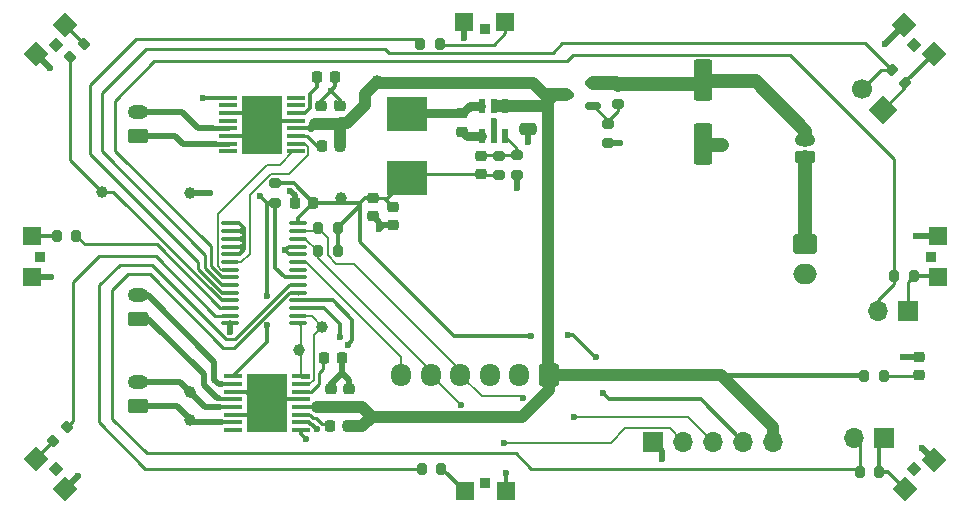
<source format=gbr>
%TF.GenerationSoftware,KiCad,Pcbnew,9.0.0*%
%TF.CreationDate,2025-06-23T21:36:03+01:00*%
%TF.ProjectId,TankHull,54616e6b-4875-46c6-9c2e-6b696361645f,rev?*%
%TF.SameCoordinates,Original*%
%TF.FileFunction,Copper,L1,Top*%
%TF.FilePolarity,Positive*%
%FSLAX46Y46*%
G04 Gerber Fmt 4.6, Leading zero omitted, Abs format (unit mm)*
G04 Created by KiCad (PCBNEW 9.0.0) date 2025-06-23 21:36:03*
%MOMM*%
%LPD*%
G01*
G04 APERTURE LIST*
G04 Aperture macros list*
%AMRoundRect*
0 Rectangle with rounded corners*
0 $1 Rounding radius*
0 $2 $3 $4 $5 $6 $7 $8 $9 X,Y pos of 4 corners*
0 Add a 4 corners polygon primitive as box body*
4,1,4,$2,$3,$4,$5,$6,$7,$8,$9,$2,$3,0*
0 Add four circle primitives for the rounded corners*
1,1,$1+$1,$2,$3*
1,1,$1+$1,$4,$5*
1,1,$1+$1,$6,$7*
1,1,$1+$1,$8,$9*
0 Add four rect primitives between the rounded corners*
20,1,$1+$1,$2,$3,$4,$5,0*
20,1,$1+$1,$4,$5,$6,$7,0*
20,1,$1+$1,$6,$7,$8,$9,0*
20,1,$1+$1,$8,$9,$2,$3,0*%
%AMHorizOval*
0 Thick line with rounded ends*
0 $1 width*
0 $2 $3 position (X,Y) of the first rounded end (center of the circle)*
0 $4 $5 position (X,Y) of the second rounded end (center of the circle)*
0 Add line between two ends*
20,1,$1,$2,$3,$4,$5,0*
0 Add two circle primitives to create the rounded ends*
1,1,$1,$2,$3*
1,1,$1,$4,$5*%
%AMRotRect*
0 Rectangle, with rotation*
0 The origin of the aperture is its center*
0 $1 length*
0 $2 width*
0 $3 Rotation angle, in degrees counterclockwise*
0 Add horizontal line*
21,1,$1,$2,0,0,$3*%
G04 Aperture macros list end*
%TA.AperFunction,ComponentPad*%
%ADD10R,1.700000X1.700000*%
%TD*%
%TA.AperFunction,ComponentPad*%
%ADD11O,1.700000X1.700000*%
%TD*%
%TA.AperFunction,ComponentPad*%
%ADD12RotRect,1.700000X1.700000X225.000000*%
%TD*%
%TA.AperFunction,ComponentPad*%
%ADD13HorizOval,1.700000X0.000000X0.000000X0.000000X0.000000X0*%
%TD*%
%TA.AperFunction,SMDPad,CuDef*%
%ADD14RotRect,0.900000X0.900000X135.000000*%
%TD*%
%TA.AperFunction,SMDPad,CuDef*%
%ADD15RotRect,1.500000X1.500000X135.000000*%
%TD*%
%TA.AperFunction,SMDPad,CuDef*%
%ADD16RoundRect,0.200000X0.200000X0.275000X-0.200000X0.275000X-0.200000X-0.275000X0.200000X-0.275000X0*%
%TD*%
%TA.AperFunction,ComponentPad*%
%ADD17RoundRect,0.250000X-0.750000X0.600000X-0.750000X-0.600000X0.750000X-0.600000X0.750000X0.600000X0*%
%TD*%
%TA.AperFunction,ComponentPad*%
%ADD18O,2.000000X1.700000*%
%TD*%
%TA.AperFunction,SMDPad,CuDef*%
%ADD19C,1.000000*%
%TD*%
%TA.AperFunction,SMDPad,CuDef*%
%ADD20RoundRect,0.200000X-0.200000X-0.275000X0.200000X-0.275000X0.200000X0.275000X-0.200000X0.275000X0*%
%TD*%
%TA.AperFunction,SMDPad,CuDef*%
%ADD21R,0.900000X0.900000*%
%TD*%
%TA.AperFunction,SMDPad,CuDef*%
%ADD22R,1.500000X1.500000*%
%TD*%
%TA.AperFunction,SMDPad,CuDef*%
%ADD23RoundRect,0.225000X-0.250000X0.225000X-0.250000X-0.225000X0.250000X-0.225000X0.250000X0.225000X0*%
%TD*%
%TA.AperFunction,SMDPad,CuDef*%
%ADD24RotRect,0.900000X0.900000X225.000000*%
%TD*%
%TA.AperFunction,SMDPad,CuDef*%
%ADD25RotRect,1.500000X1.500000X225.000000*%
%TD*%
%TA.AperFunction,SMDPad,CuDef*%
%ADD26RoundRect,0.200000X-0.275000X0.200000X-0.275000X-0.200000X0.275000X-0.200000X0.275000X0.200000X0*%
%TD*%
%TA.AperFunction,SMDPad,CuDef*%
%ADD27RoundRect,0.225000X0.250000X-0.225000X0.250000X0.225000X-0.250000X0.225000X-0.250000X-0.225000X0*%
%TD*%
%TA.AperFunction,SMDPad,CuDef*%
%ADD28RoundRect,0.225000X-0.225000X-0.250000X0.225000X-0.250000X0.225000X0.250000X-0.225000X0.250000X0*%
%TD*%
%TA.AperFunction,SMDPad,CuDef*%
%ADD29R,0.600000X1.200000*%
%TD*%
%TA.AperFunction,ComponentPad*%
%ADD30RoundRect,0.250000X0.625000X-0.350000X0.625000X0.350000X-0.625000X0.350000X-0.625000X-0.350000X0*%
%TD*%
%TA.AperFunction,ComponentPad*%
%ADD31O,1.750000X1.200000*%
%TD*%
%TA.AperFunction,SMDPad,CuDef*%
%ADD32RoundRect,0.100000X-0.637500X-0.100000X0.637500X-0.100000X0.637500X0.100000X-0.637500X0.100000X0*%
%TD*%
%TA.AperFunction,SMDPad,CuDef*%
%ADD33RoundRect,0.150000X0.512500X0.150000X-0.512500X0.150000X-0.512500X-0.150000X0.512500X-0.150000X0*%
%TD*%
%TA.AperFunction,SMDPad,CuDef*%
%ADD34RoundRect,0.100000X-0.687500X-0.100000X0.687500X-0.100000X0.687500X0.100000X-0.687500X0.100000X0*%
%TD*%
%TA.AperFunction,HeatsinkPad*%
%ADD35C,0.500000*%
%TD*%
%TA.AperFunction,HeatsinkPad*%
%ADD36R,3.400000X5.000000*%
%TD*%
%TA.AperFunction,SMDPad,CuDef*%
%ADD37RotRect,0.900000X0.900000X315.000000*%
%TD*%
%TA.AperFunction,SMDPad,CuDef*%
%ADD38RotRect,1.500000X1.500000X315.000000*%
%TD*%
%TA.AperFunction,ComponentPad*%
%ADD39RoundRect,0.250000X0.615000X-0.265000X0.615000X0.265000X-0.615000X0.265000X-0.615000X-0.265000X0*%
%TD*%
%TA.AperFunction,ComponentPad*%
%ADD40O,1.730000X1.030000*%
%TD*%
%TA.AperFunction,SMDPad,CuDef*%
%ADD41RoundRect,0.200000X-0.053033X0.335876X-0.335876X0.053033X0.053033X-0.335876X0.335876X-0.053033X0*%
%TD*%
%TA.AperFunction,SMDPad,CuDef*%
%ADD42RoundRect,0.200000X0.053033X-0.335876X0.335876X-0.053033X-0.053033X0.335876X-0.335876X0.053033X0*%
%TD*%
%TA.AperFunction,SMDPad,CuDef*%
%ADD43RoundRect,0.225000X0.225000X0.250000X-0.225000X0.250000X-0.225000X-0.250000X0.225000X-0.250000X0*%
%TD*%
%TA.AperFunction,SMDPad,CuDef*%
%ADD44RoundRect,0.250000X-0.550000X1.500000X-0.550000X-1.500000X0.550000X-1.500000X0.550000X1.500000X0*%
%TD*%
%TA.AperFunction,SMDPad,CuDef*%
%ADD45RoundRect,0.200000X0.275000X-0.200000X0.275000X0.200000X-0.275000X0.200000X-0.275000X-0.200000X0*%
%TD*%
%TA.AperFunction,SMDPad,CuDef*%
%ADD46RoundRect,0.250000X0.475000X-0.250000X0.475000X0.250000X-0.475000X0.250000X-0.475000X-0.250000X0*%
%TD*%
%TA.AperFunction,ComponentPad*%
%ADD47RoundRect,0.250000X0.600000X0.725000X-0.600000X0.725000X-0.600000X-0.725000X0.600000X-0.725000X0*%
%TD*%
%TA.AperFunction,ComponentPad*%
%ADD48O,1.700000X1.950000*%
%TD*%
%TA.AperFunction,SMDPad,CuDef*%
%ADD49RotRect,0.900000X0.900000X45.000000*%
%TD*%
%TA.AperFunction,SMDPad,CuDef*%
%ADD50RotRect,1.500000X1.500000X45.000000*%
%TD*%
%TA.AperFunction,SMDPad,CuDef*%
%ADD51R,3.500000X2.950000*%
%TD*%
%TA.AperFunction,SMDPad,CuDef*%
%ADD52RoundRect,0.200000X0.335876X0.053033X0.053033X0.335876X-0.335876X-0.053033X-0.053033X-0.335876X0*%
%TD*%
%TA.AperFunction,SMDPad,CuDef*%
%ADD53RoundRect,0.218750X-0.256250X0.218750X-0.256250X-0.218750X0.256250X-0.218750X0.256250X0.218750X0*%
%TD*%
%TA.AperFunction,ViaPad*%
%ADD54C,0.600000*%
%TD*%
%TA.AperFunction,Conductor*%
%ADD55C,0.300000*%
%TD*%
%TA.AperFunction,Conductor*%
%ADD56C,0.250000*%
%TD*%
%TA.AperFunction,Conductor*%
%ADD57C,1.000000*%
%TD*%
%TA.AperFunction,Conductor*%
%ADD58C,0.400000*%
%TD*%
%TA.AperFunction,Conductor*%
%ADD59C,0.700000*%
%TD*%
%TA.AperFunction,Conductor*%
%ADD60C,0.500000*%
%TD*%
%TA.AperFunction,Conductor*%
%ADD61C,0.800000*%
%TD*%
%TA.AperFunction,Conductor*%
%ADD62C,1.200000*%
%TD*%
%TA.AperFunction,Conductor*%
%ADD63C,0.200000*%
%TD*%
%TA.AperFunction,Conductor*%
%ADD64C,0.600000*%
%TD*%
G04 APERTURE END LIST*
D10*
%TO.P,J7,1,Pin_1*%
%TO.N,GND*%
X132650000Y-118325000D03*
D11*
%TO.P,J7,2,Pin_2*%
%TO.N,/SCL*%
X135190000Y-118325000D03*
%TO.P,J7,3,Pin_3*%
%TO.N,/SDA*%
X137730000Y-118325000D03*
%TO.P,J7,4,Pin_4*%
%TO.N,+3V3_HULL*%
X140270000Y-118325000D03*
%TO.P,J7,5,Pin_5*%
%TO.N,+BATT*%
X142810000Y-118325000D03*
%TD*%
D12*
%TO.P,J10,1,Pin_1*%
%TO.N,Net-(J10-Pin_1)*%
X152100000Y-90200000D03*
D13*
%TO.P,J10,2,Pin_2*%
%TO.N,/IR Transmit NE*%
X150303949Y-88403949D03*
%TD*%
D10*
%TO.P,J9,1,Pin_1*%
%TO.N,Net-(J9-Pin_1)*%
X152225000Y-118025000D03*
D11*
%TO.P,J9,2,Pin_2*%
%TO.N,/IR Transmit NW*%
X149685000Y-118025000D03*
%TD*%
D10*
%TO.P,J8,1,Pin_1*%
%TO.N,Net-(J8-Pin_1)*%
X154225000Y-107275000D03*
D11*
%TO.P,J8,2,Pin_2*%
%TO.N,/IR Transmit N*%
X151685000Y-107275000D03*
%TD*%
D14*
%TO.P,D3,1*%
%TO.N,N/C*%
X82060182Y-120579944D03*
D15*
%TO.P,D3,A*%
%TO.N,Net-(D3-PadA)*%
X80363126Y-119802126D03*
%TO.P,D3,C*%
%TO.N,GND*%
X82838000Y-122277000D03*
%TD*%
D16*
%TO.P,R7,1*%
%TO.N,Net-(J9-Pin_1)*%
X151800000Y-120875000D03*
%TO.P,R7,2*%
%TO.N,/IR Transmit NW*%
X150150000Y-120875000D03*
%TD*%
D17*
%TO.P,J2,1,Pin_1*%
%TO.N,/VBAT_RAW*%
X145542000Y-101600000D03*
D18*
%TO.P,J2,2,Pin_2*%
%TO.N,GND*%
X145542000Y-104100000D03*
%TD*%
D19*
%TO.P,TP6,1,1*%
%TO.N,/Left Drive Motor 1*%
X93450000Y-116450000D03*
%TD*%
D16*
%TO.P,R10,1*%
%TO.N,Net-(J8-Pin_1)*%
X154713000Y-104252000D03*
%TO.P,R10,2*%
%TO.N,/IR Transmit N*%
X153063000Y-104252000D03*
%TD*%
D20*
%TO.P,R17,1*%
%TO.N,+BATT*%
X150538000Y-112727000D03*
%TO.P,R17,2*%
%TO.N,Net-(D9-A)*%
X152188000Y-112727000D03*
%TD*%
D21*
%TO.P,D2,1*%
%TO.N,N/C*%
X118438000Y-121835000D03*
D22*
%TO.P,D2,A*%
%TO.N,Net-(D2-PadA)*%
X116688000Y-122485000D03*
%TO.P,D2,C*%
%TO.N,GND*%
X120188000Y-122485000D03*
%TD*%
D23*
%TO.P,C12,1*%
%TO.N,GND*%
X105338000Y-113827000D03*
%TO.P,C12,2*%
%TO.N,+BATT*%
X105338000Y-115377000D03*
%TD*%
D24*
%TO.P,D1,1*%
%TO.N,N/C*%
X154765818Y-120629944D03*
D25*
%TO.P,D1,A*%
%TO.N,Net-(J9-Pin_1)*%
X153988000Y-122327000D03*
%TO.P,D1,C*%
%TO.N,GND*%
X156462874Y-119852126D03*
%TD*%
D26*
%TO.P,R5,1*%
%TO.N,+3V3_HULL*%
X100663000Y-96427000D03*
%TO.P,R5,2*%
%TO.N,/Motors Sleep*%
X100663000Y-98077000D03*
%TD*%
D27*
%TO.P,C13,1*%
%TO.N,Net-(PS1-BS)*%
X116488000Y-92052000D03*
%TO.P,C13,2*%
%TO.N,Net-(PS1-LX)*%
X116488000Y-90502000D03*
%TD*%
D23*
%TO.P,C14,1*%
%TO.N,Net-(PS1-FB)*%
X118038000Y-94127000D03*
%TO.P,C14,2*%
%TO.N,+3V3_HULL*%
X118038000Y-95677000D03*
%TD*%
D26*
%TO.P,R6,1*%
%TO.N,Net-(Q1-G)*%
X128788000Y-91389500D03*
%TO.P,R6,2*%
%TO.N,GND*%
X128788000Y-93039500D03*
%TD*%
D19*
%TO.P,TP1,1,1*%
%TO.N,+BATT*%
X109250000Y-87750000D03*
%TD*%
D16*
%TO.P,R1,1*%
%TO.N,+3V3_HULL*%
X105938000Y-102177000D03*
%TO.P,R1,2*%
%TO.N,/SCL*%
X104288000Y-102177000D03*
%TD*%
D28*
%TO.P,C2,1*%
%TO.N,GND*%
X102313000Y-98052000D03*
%TO.P,C2,2*%
%TO.N,+3V3_HULL*%
X103863000Y-98052000D03*
%TD*%
D29*
%TO.P,PS1,1,BS*%
%TO.N,Net-(PS1-BS)*%
X118188000Y-92452000D03*
%TO.P,PS1,2,GND*%
%TO.N,GND*%
X119138000Y-92452000D03*
%TO.P,PS1,3,FB*%
%TO.N,Net-(PS1-FB)*%
X120088000Y-92452000D03*
%TO.P,PS1,4,EN*%
%TO.N,+BATT*%
X120088000Y-89852000D03*
%TO.P,PS1,5,IN*%
X119138000Y-89852000D03*
%TO.P,PS1,6,LX*%
%TO.N,Net-(PS1-LX)*%
X118188000Y-89852000D03*
%TD*%
D30*
%TO.P,J3,1,Pin_1*%
%TO.N,/Right Drive Motor 1*%
X88988000Y-92427000D03*
D31*
%TO.P,J3,2,Pin_2*%
%TO.N,/Right Drive Motor 2*%
X88988000Y-90427000D03*
%TD*%
D19*
%TO.P,TP5,1,1*%
%TO.N,/Left Motor Control 2*%
X104650000Y-108550000D03*
%TD*%
D32*
%TO.P,U1,1,A0*%
%TO.N,GND*%
X96825500Y-99827000D03*
%TO.P,U1,2,A1*%
X96825500Y-100477000D03*
%TO.P,U1,3,A2*%
X96825500Y-101127000D03*
%TO.P,U1,4,A3*%
X96825500Y-101777000D03*
%TO.P,U1,5,A4*%
X96825500Y-102427000D03*
%TO.P,U1,6,LED0*%
%TO.N,/Right Motor Control 1*%
X96825500Y-103077000D03*
%TO.P,U1,7,LED1*%
%TO.N,/Right Motor Control 2*%
X96825500Y-103727000D03*
%TO.P,U1,8,LED2*%
%TO.N,/IR Transmit N*%
X96825500Y-104377000D03*
%TO.P,U1,9,LED3*%
%TO.N,/IR Transmit NE*%
X96825500Y-105027000D03*
%TO.P,U1,10,LED4*%
%TO.N,/IR Transmit E*%
X96825500Y-105677000D03*
%TO.P,U1,11,LED5*%
%TO.N,/IR Transmit SE*%
X96825500Y-106327000D03*
%TO.P,U1,12,LED6*%
%TO.N,/IR Transmit S*%
X96825500Y-106977000D03*
%TO.P,U1,13,LED7*%
%TO.N,/IR Transmit SW*%
X96825500Y-107627000D03*
%TO.P,U1,14,VSS*%
%TO.N,GND*%
X96825500Y-108277000D03*
%TO.P,U1,15,LED8*%
%TO.N,/Left Motor Control 1*%
X102550500Y-108277000D03*
%TO.P,U1,16,LED9*%
%TO.N,/Left Motor Control 2*%
X102550500Y-107627000D03*
%TO.P,U1,17,LED10*%
%TO.N,/Turret Motor Control 1*%
X102550500Y-106977000D03*
%TO.P,U1,18,LED11*%
%TO.N,/Turret Motor Control 2*%
X102550500Y-106327000D03*
%TO.P,U1,19,LED12*%
%TO.N,/IR Transmit NW*%
X102550500Y-105677000D03*
%TO.P,U1,20,LED13*%
%TO.N,/IR Transmit W*%
X102550500Y-105027000D03*
%TO.P,U1,21,LED14*%
%TO.N,/Motors Sleep*%
X102550500Y-104377000D03*
%TO.P,U1,22,LED15*%
%TO.N,unconnected-(U1-LED15-Pad22)*%
X102550500Y-103727000D03*
%TO.P,U1,23,~{OE}*%
%TO.N,/OE*%
X102550500Y-103077000D03*
%TO.P,U1,24,A5*%
%TO.N,GND*%
X102550500Y-102427000D03*
%TO.P,U1,25,EXTCLK*%
X102550500Y-101777000D03*
%TO.P,U1,26,SCL*%
%TO.N,/SCL*%
X102550500Y-101127000D03*
%TO.P,U1,27,SDA*%
%TO.N,/SDA*%
X102550500Y-100477000D03*
%TO.P,U1,28,VDD*%
%TO.N,+3V3_HULL*%
X102550500Y-99827000D03*
%TD*%
D19*
%TO.P,TP3,1,1*%
%TO.N,/IR Transmit SE*%
X86013000Y-97127000D03*
%TD*%
D33*
%TO.P,Q1,1,G*%
%TO.N,Net-(Q1-G)*%
X127575500Y-89864500D03*
%TO.P,Q1,2,D*%
%TO.N,Net-(J6-Pin_2)*%
X127575500Y-87964500D03*
%TO.P,Q1,3,S*%
%TO.N,+BATT*%
X125300500Y-88914500D03*
%TD*%
D34*
%TO.P,U2,1,~{SLEEP}*%
%TO.N,/Motors Sleep*%
X96650500Y-89177000D03*
%TO.P,U2,2,AOUT1*%
%TO.N,unconnected-(U2-AOUT1-Pad2)*%
X96650500Y-89827000D03*
%TO.P,U2,3,AISEN*%
%TO.N,GND*%
X96650500Y-90477000D03*
%TO.P,U2,4,AOUT2*%
%TO.N,unconnected-(U2-AOUT2-Pad4)*%
X96650500Y-91127000D03*
%TO.P,U2,5,BOUT2*%
%TO.N,/Right Drive Motor 2*%
X96650500Y-91777000D03*
%TO.P,U2,6,BISEN*%
%TO.N,GND*%
X96650500Y-92427000D03*
%TO.P,U2,7,BOUT1*%
%TO.N,/Right Drive Motor 1*%
X96650500Y-93077000D03*
%TO.P,U2,8,~{FAULT}*%
%TO.N,unconnected-(U2-~{FAULT}-Pad8)*%
X96650500Y-93727000D03*
%TO.P,U2,9,BIN1*%
%TO.N,/Right Motor Control 2*%
X102375500Y-93727000D03*
%TO.P,U2,10,BIN2*%
%TO.N,/Right Motor Control 1*%
X102375500Y-93077000D03*
%TO.P,U2,11,VCP*%
%TO.N,Net-(U2-VCP)*%
X102375500Y-92427000D03*
%TO.P,U2,12,VM*%
%TO.N,+BATT*%
X102375500Y-91777000D03*
%TO.P,U2,13,GND*%
%TO.N,GND*%
X102375500Y-91127000D03*
%TO.P,U2,14,VINT*%
%TO.N,Net-(U2-VINT)*%
X102375500Y-90477000D03*
%TO.P,U2,15,AIN2*%
%TO.N,unconnected-(U2-AIN2-Pad15)*%
X102375500Y-89827000D03*
%TO.P,U2,16,AIN1*%
%TO.N,unconnected-(U2-AIN1-Pad16)*%
X102375500Y-89177000D03*
D35*
%TO.P,U2,17,GND*%
%TO.N,GND*%
X98763000Y-89952000D03*
X98763000Y-91452000D03*
X98763000Y-92952000D03*
D36*
X99513000Y-91452000D03*
D35*
X100263000Y-89952000D03*
X100263000Y-91452000D03*
X100263000Y-92952000D03*
%TD*%
D37*
%TO.P,D8,1*%
%TO.N,N/C*%
X154690944Y-84699182D03*
D38*
%TO.P,D8,A*%
%TO.N,Net-(J10-Pin_1)*%
X156388000Y-85477000D03*
%TO.P,D8,C*%
%TO.N,GND*%
X153913126Y-83002126D03*
%TD*%
D23*
%TO.P,C5,1*%
%TO.N,GND*%
X104538000Y-89877000D03*
%TO.P,C5,2*%
%TO.N,+BATT*%
X104538000Y-91427000D03*
%TD*%
D19*
%TO.P,TP7,1,1*%
%TO.N,/Left Drive Motor 2*%
X93425000Y-114100000D03*
%TD*%
D30*
%TO.P,J4,1,Pin_1*%
%TO.N,/Turret Motor 1*%
X88988000Y-107877000D03*
D31*
%TO.P,J4,2,Pin_2*%
%TO.N,/Turret Motor 2*%
X88988000Y-105877000D03*
%TD*%
D30*
%TO.P,J5,1,Pin_1*%
%TO.N,/Left Drive Motor 1*%
X88988000Y-115252000D03*
D31*
%TO.P,J5,2,Pin_2*%
%TO.N,/Left Drive Motor 2*%
X88988000Y-113252000D03*
%TD*%
D23*
%TO.P,C11,1*%
%TO.N,GND*%
X106888000Y-113827000D03*
%TO.P,C11,2*%
%TO.N,+BATT*%
X106888000Y-115377000D03*
%TD*%
D39*
%TO.P,J6,1,Pin_1*%
%TO.N,/VBAT_RAW*%
X145542000Y-94234000D03*
D40*
%TO.P,J6,2,Pin_2*%
%TO.N,Net-(J6-Pin_2)*%
X145542000Y-92734000D03*
%TD*%
D19*
%TO.P,TP8,1,1*%
%TO.N,GND*%
X93400000Y-97225000D03*
%TD*%
D41*
%TO.P,R12,1*%
%TO.N,Net-(D6-PadA)*%
X84421363Y-84593637D03*
%TO.P,R12,2*%
%TO.N,/IR Transmit SE*%
X83254637Y-85760363D03*
%TD*%
D42*
%TO.P,R9,1*%
%TO.N,Net-(D3-PadA)*%
X81854637Y-118260363D03*
%TO.P,R9,2*%
%TO.N,/IR Transmit SW*%
X83021363Y-117093637D03*
%TD*%
D16*
%TO.P,R2,1*%
%TO.N,+3V3_HULL*%
X105938000Y-100252000D03*
%TO.P,R2,2*%
%TO.N,/SDA*%
X104288000Y-100252000D03*
%TD*%
D43*
%TO.P,C8,1*%
%TO.N,GND*%
X106338000Y-111227000D03*
%TO.P,C8,2*%
%TO.N,Net-(U3-VINT)*%
X104788000Y-111227000D03*
%TD*%
D19*
%TO.P,TP4,1,1*%
%TO.N,/Left Motor Control 1*%
X102625000Y-110575000D03*
%TD*%
D44*
%TO.P,C15,1*%
%TO.N,Net-(J6-Pin_2)*%
X136888000Y-87677000D03*
%TO.P,C15,2*%
%TO.N,GND*%
X136888000Y-93077000D03*
%TD*%
D21*
%TO.P,D5,1*%
%TO.N,N/C*%
X80738000Y-102627000D03*
D22*
%TO.P,D5,A*%
%TO.N,Net-(D5-PadA)*%
X80088000Y-100877000D03*
%TO.P,D5,C*%
%TO.N,GND*%
X80088000Y-104377000D03*
%TD*%
D23*
%TO.P,C7,1*%
%TO.N,+3V3_HULL*%
X110617000Y-98412000D03*
%TO.P,C7,2*%
%TO.N,GND*%
X110617000Y-99962000D03*
%TD*%
%TO.P,C9,1*%
%TO.N,+3V3_HULL*%
X108966000Y-97650000D03*
%TO.P,C9,2*%
%TO.N,GND*%
X108966000Y-99200000D03*
%TD*%
D45*
%TO.P,R16,1*%
%TO.N,GND*%
X121138000Y-95702000D03*
%TO.P,R16,2*%
%TO.N,Net-(PS1-FB)*%
X121138000Y-94052000D03*
%TD*%
D46*
%TO.P,C10,1*%
%TO.N,GND*%
X122038000Y-91802000D03*
%TO.P,C10,2*%
%TO.N,+BATT*%
X122038000Y-89902000D03*
%TD*%
D47*
%TO.P,J1,1,Pin_1*%
%TO.N,+BATT*%
X123825000Y-112649000D03*
D48*
%TO.P,J1,2,Pin_2*%
%TO.N,unconnected-(J1-Pin_2-Pad2)*%
X121325000Y-112649000D03*
%TO.P,J1,3,Pin_3*%
%TO.N,GND*%
X118825000Y-112649000D03*
%TO.P,J1,4,Pin_4*%
%TO.N,/SDA*%
X116325000Y-112649000D03*
%TO.P,J1,5,Pin_5*%
%TO.N,/SCL*%
X113825000Y-112649000D03*
%TO.P,J1,6,Pin_6*%
%TO.N,/OE*%
X111325000Y-112649000D03*
%TD*%
D20*
%TO.P,R11,1*%
%TO.N,Net-(D5-PadA)*%
X82163000Y-100877000D03*
%TO.P,R11,2*%
%TO.N,/IR Transmit S*%
X83813000Y-100877000D03*
%TD*%
D49*
%TO.P,D6,1*%
%TO.N,N/C*%
X82060182Y-84724056D03*
D50*
%TO.P,D6,A*%
%TO.N,Net-(D6-PadA)*%
X82838000Y-83027000D03*
%TO.P,D6,C*%
%TO.N,GND*%
X80363126Y-85501874D03*
%TD*%
D19*
%TO.P,TP2,1,1*%
%TO.N,+3V3_HULL*%
X106175000Y-97700000D03*
%TD*%
D43*
%TO.P,C1,1*%
%TO.N,+BATT*%
X106163000Y-93277000D03*
%TO.P,C1,2*%
%TO.N,Net-(U2-VCP)*%
X104613000Y-93277000D03*
%TD*%
D51*
%TO.P,L1,1,1*%
%TO.N,Net-(PS1-LX)*%
X111788000Y-90527000D03*
%TO.P,L1,2,2*%
%TO.N,+3V3_HULL*%
X111788000Y-95977000D03*
%TD*%
D45*
%TO.P,R15,1*%
%TO.N,+3V3_HULL*%
X119588000Y-95727000D03*
%TO.P,R15,2*%
%TO.N,Net-(PS1-FB)*%
X119588000Y-94077000D03*
%TD*%
D34*
%TO.P,U3,1,~{SLEEP}*%
%TO.N,/Motors Sleep*%
X97075500Y-112777000D03*
%TO.P,U3,2,AOUT1*%
%TO.N,/Turret Motor 2*%
X97075500Y-113427000D03*
%TO.P,U3,3,AISEN*%
%TO.N,GND*%
X97075500Y-114077000D03*
%TO.P,U3,4,AOUT2*%
%TO.N,/Turret Motor 1*%
X97075500Y-114727000D03*
%TO.P,U3,5,BOUT2*%
%TO.N,/Left Drive Motor 2*%
X97075500Y-115377000D03*
%TO.P,U3,6,BISEN*%
%TO.N,GND*%
X97075500Y-116027000D03*
%TO.P,U3,7,BOUT1*%
%TO.N,/Left Drive Motor 1*%
X97075500Y-116677000D03*
%TO.P,U3,8,~{FAULT}*%
%TO.N,unconnected-(U3-~{FAULT}-Pad8)*%
X97075500Y-117327000D03*
%TO.P,U3,9,BIN1*%
%TO.N,/Turret Motor Control 1*%
X102800500Y-117327000D03*
%TO.P,U3,10,BIN2*%
%TO.N,/Turret Motor Control 2*%
X102800500Y-116677000D03*
%TO.P,U3,11,VCP*%
%TO.N,Net-(U3-VCP)*%
X102800500Y-116027000D03*
%TO.P,U3,12,VM*%
%TO.N,+BATT*%
X102800500Y-115377000D03*
%TO.P,U3,13,GND*%
%TO.N,GND*%
X102800500Y-114727000D03*
%TO.P,U3,14,VINT*%
%TO.N,Net-(U3-VINT)*%
X102800500Y-114077000D03*
%TO.P,U3,15,AIN2*%
%TO.N,/Left Motor Control 2*%
X102800500Y-113427000D03*
%TO.P,U3,16,AIN1*%
%TO.N,/Left Motor Control 1*%
X102800500Y-112777000D03*
D35*
%TO.P,U3,17,GND*%
%TO.N,GND*%
X99188000Y-113552000D03*
X99188000Y-115052000D03*
X99188000Y-116552000D03*
D36*
X99938000Y-115052000D03*
D35*
X100688000Y-113552000D03*
X100688000Y-115052000D03*
X100688000Y-116552000D03*
%TD*%
D52*
%TO.P,R14,1*%
%TO.N,Net-(J10-Pin_1)*%
X153999363Y-87959363D03*
%TO.P,R14,2*%
%TO.N,/IR Transmit NE*%
X152832637Y-86792637D03*
%TD*%
D21*
%TO.P,D7,1*%
%TO.N,N/C*%
X118388000Y-83377000D03*
D22*
%TO.P,D7,A*%
%TO.N,Net-(D7-PadA)*%
X120138000Y-82727000D03*
%TO.P,D7,C*%
%TO.N,GND*%
X116638000Y-82727000D03*
%TD*%
D43*
%TO.P,C6,1*%
%TO.N,+BATT*%
X106838000Y-117002000D03*
%TO.P,C6,2*%
%TO.N,Net-(U3-VCP)*%
X105288000Y-117002000D03*
%TD*%
%TO.P,C3,1*%
%TO.N,GND*%
X105738000Y-87402000D03*
%TO.P,C3,2*%
%TO.N,Net-(U2-VINT)*%
X104188000Y-87402000D03*
%TD*%
D53*
%TO.P,D9,1,K*%
%TO.N,GND*%
X155194000Y-111099500D03*
%TO.P,D9,2,A*%
%TO.N,Net-(D9-A)*%
X155194000Y-112674500D03*
%TD*%
D45*
%TO.P,R4,1*%
%TO.N,Net-(Q1-G)*%
X129638000Y-89739500D03*
%TO.P,R4,2*%
%TO.N,Net-(J6-Pin_2)*%
X129638000Y-88089500D03*
%TD*%
D16*
%TO.P,R8,1*%
%TO.N,Net-(D2-PadA)*%
X114713000Y-120577000D03*
%TO.P,R8,2*%
%TO.N,/IR Transmit W*%
X113063000Y-120577000D03*
%TD*%
D23*
%TO.P,C4,1*%
%TO.N,GND*%
X106113000Y-89877000D03*
%TO.P,C4,2*%
%TO.N,+BATT*%
X106113000Y-91427000D03*
%TD*%
D21*
%TO.P,D4,1*%
%TO.N,N/C*%
X156138000Y-102627000D03*
D22*
%TO.P,D4,A*%
%TO.N,Net-(J8-Pin_1)*%
X156788000Y-104377000D03*
%TO.P,D4,C*%
%TO.N,GND*%
X156788000Y-100877000D03*
%TD*%
D16*
%TO.P,R13,1*%
%TO.N,Net-(D7-PadA)*%
X114563000Y-84602000D03*
%TO.P,R13,2*%
%TO.N,/IR Transmit E*%
X112913000Y-84602000D03*
%TD*%
D54*
%TO.N,GND*%
X97888000Y-101127000D03*
X116638000Y-84102000D03*
X133375000Y-119800000D03*
X109454500Y-100310500D03*
X106313000Y-112502000D03*
X81588000Y-86702000D03*
X83913000Y-121202000D03*
X121138000Y-96852000D03*
X97888000Y-101777000D03*
X155388000Y-118802000D03*
X154888000Y-100852000D03*
X153797000Y-111125000D03*
X97888000Y-100477000D03*
X122038000Y-92952000D03*
X152288000Y-84652000D03*
X119138000Y-91152000D03*
X81638000Y-104377000D03*
X95150000Y-97225000D03*
X101488000Y-102102000D03*
X101938000Y-97077000D03*
X96813000Y-109002000D03*
X129838000Y-93014500D03*
X105363000Y-88602000D03*
X120188000Y-120977000D03*
X138463000Y-93177000D03*
%TO.N,/SDA*%
X121625000Y-114600000D03*
X125950000Y-116200000D03*
%TO.N,/SCL*%
X116351000Y-115175000D03*
X120025000Y-118400000D03*
%TO.N,/Motors Sleep*%
X99388000Y-97477000D03*
X94563000Y-89202000D03*
X99983558Y-105972558D03*
X99988000Y-108427000D03*
%TO.N,/Turret Motor Control 1*%
X106113000Y-109427000D03*
X103263000Y-118102000D03*
%TO.N,/Turret Motor Control 2*%
X104178668Y-117249306D03*
X106788000Y-110102000D03*
%TO.N,+3V3_HULL*%
X128375000Y-114150000D03*
X127775000Y-111150000D03*
X125400000Y-109300000D03*
X122300000Y-109325000D03*
%TD*%
D55*
%TO.N,Net-(J9-Pin_1)*%
X151800000Y-118450000D02*
X152225000Y-118025000D01*
X151800000Y-120875000D02*
X151800000Y-118450000D01*
D56*
%TO.N,/IR Transmit NW*%
X150150000Y-118490000D02*
X149685000Y-118025000D01*
X150150000Y-120875000D02*
X150150000Y-118490000D01*
D55*
%TO.N,Net-(J9-Pin_1)*%
X152521363Y-120860363D02*
X153988000Y-122327000D01*
X151814637Y-120860363D02*
X152521363Y-120860363D01*
X151800000Y-120875000D02*
X151814637Y-120860363D01*
D56*
%TO.N,/IR Transmit NW*%
X101813001Y-105677000D02*
X102550500Y-105677000D01*
X97127001Y-110363000D02*
X101813001Y-105677000D01*
X96266000Y-110363000D02*
X97127001Y-110363000D01*
X90030000Y-104127000D02*
X96266000Y-110363000D01*
X86838000Y-116352000D02*
X86838000Y-105477000D01*
X88188000Y-104127000D02*
X90030000Y-104127000D01*
X86838000Y-105477000D02*
X88188000Y-104127000D01*
X89786000Y-119300000D02*
X86838000Y-116352000D01*
X121025000Y-119300000D02*
X89786000Y-119300000D01*
X122325000Y-120600000D02*
X121025000Y-119300000D01*
X150150000Y-120875000D02*
X149875000Y-120600000D01*
X149875000Y-120600000D02*
X122325000Y-120600000D01*
%TO.N,/IR Transmit NE*%
X151915261Y-86792637D02*
X152832637Y-86792637D01*
X150303949Y-88403949D02*
X151915261Y-86792637D01*
%TO.N,Net-(J10-Pin_1)*%
X153999363Y-88300637D02*
X153999363Y-87959363D01*
X152100000Y-90200000D02*
X153999363Y-88300637D01*
%TO.N,/IR Transmit N*%
X153063000Y-104937000D02*
X153063000Y-104252000D01*
X151685000Y-106315000D02*
X153063000Y-104937000D01*
X151685000Y-107275000D02*
X151685000Y-106315000D01*
%TO.N,Net-(J8-Pin_1)*%
X154225000Y-104740000D02*
X154713000Y-104252000D01*
X154225000Y-107275000D02*
X154225000Y-104740000D01*
D57*
%TO.N,+BATT*%
X139925000Y-114150000D02*
X138424000Y-112649000D01*
X109188000Y-87902000D02*
X108213000Y-88877000D01*
X105338000Y-115377000D02*
X104214978Y-115377000D01*
X106163000Y-93277000D02*
X106163000Y-91502000D01*
X125238000Y-88852000D02*
X124012998Y-88852000D01*
X125238000Y-88852000D02*
X123413000Y-88852000D01*
X106695218Y-91352000D02*
X106188000Y-91352000D01*
X123813000Y-113902000D02*
X121538000Y-116177000D01*
X108213000Y-89834218D02*
X106695218Y-91352000D01*
X124213000Y-112702000D02*
X124160000Y-112649000D01*
X108013000Y-115377000D02*
X108813000Y-116177000D01*
X139925000Y-114150000D02*
X142810000Y-117035000D01*
X108213000Y-88877000D02*
X108213000Y-89834218D01*
X120138000Y-89902000D02*
X120088000Y-89852000D01*
X123712999Y-89151999D02*
X123712999Y-112380001D01*
X106113000Y-91427000D02*
X104538000Y-91427000D01*
D55*
X103688000Y-91777000D02*
X102375500Y-91777000D01*
D57*
X125238000Y-88852000D02*
X125300500Y-88914500D01*
X123825000Y-113006000D02*
X123813000Y-113018000D01*
X123825000Y-112492002D02*
X123825000Y-112649000D01*
X108813000Y-116177000D02*
X107988000Y-117002000D01*
X123413000Y-88852000D02*
X122463000Y-87902000D01*
X123813000Y-113018000D02*
X123813000Y-113902000D01*
D58*
X150460000Y-112649000D02*
X150538000Y-112727000D01*
D57*
X122463000Y-87902000D02*
X109188000Y-87902000D01*
X124160000Y-112649000D02*
X123825000Y-112649000D01*
D59*
X104038000Y-91427000D02*
X103688000Y-91777000D01*
D57*
X104538000Y-91427000D02*
X104038000Y-91427000D01*
X106038000Y-91502000D02*
X106113000Y-91427000D01*
X107988000Y-117002000D02*
X106838000Y-117002000D01*
D58*
X138424000Y-112649000D02*
X150460000Y-112649000D01*
D57*
X138424000Y-112649000D02*
X123825000Y-112649000D01*
X106113000Y-91452000D02*
X106113000Y-91427000D01*
X106988000Y-115377000D02*
X108013000Y-115377000D01*
X122038000Y-89902000D02*
X120138000Y-89902000D01*
X124288000Y-88914500D02*
X125300500Y-88914500D01*
X123825000Y-112649000D02*
X123825000Y-113006000D01*
X123300500Y-89902000D02*
X124288000Y-88914500D01*
X121538000Y-116177000D02*
X108813000Y-116177000D01*
X106788000Y-115377000D02*
X105413000Y-115377000D01*
X106163000Y-91502000D02*
X106113000Y-91452000D01*
X120088000Y-89852000D02*
X119389000Y-89852000D01*
X123712999Y-112380001D02*
X123825000Y-112492002D01*
X124012998Y-88852000D02*
X123712999Y-89151999D01*
X142810000Y-117035000D02*
X142810000Y-118325000D01*
X106188000Y-91352000D02*
X106113000Y-91427000D01*
D55*
X102800500Y-115377000D02*
X104063000Y-115377000D01*
D57*
X122038000Y-89902000D02*
X123300500Y-89902000D01*
D60*
%TO.N,GND*%
X106313000Y-111252000D02*
X106338000Y-111227000D01*
D55*
X99863000Y-92627000D02*
X99538000Y-92952000D01*
D60*
X156788000Y-100877000D02*
X154913000Y-100877000D01*
X106313000Y-112527000D02*
X106313000Y-112502000D01*
X102313000Y-98052000D02*
X102313000Y-97452000D01*
X153913126Y-83002126D02*
X153913126Y-83026874D01*
D55*
X97075500Y-114077000D02*
X98213000Y-114077000D01*
X98538000Y-90477000D02*
X99513000Y-91452000D01*
X97638000Y-102427000D02*
X96825500Y-102427000D01*
X104538000Y-89427000D02*
X105363000Y-88602000D01*
D60*
X128813000Y-93014500D02*
X128788000Y-93039500D01*
X154913000Y-100877000D02*
X154888000Y-100852000D01*
D55*
X105788000Y-89552000D02*
X106113000Y-89877000D01*
X98037000Y-100252000D02*
X98037000Y-102028000D01*
X98538000Y-92427000D02*
X99513000Y-91452000D01*
D60*
X109454500Y-99688500D02*
X108966000Y-99200000D01*
D55*
X99838000Y-91127000D02*
X99513000Y-91452000D01*
D60*
X121138000Y-95702000D02*
X121138000Y-96852000D01*
X156462874Y-119852126D02*
X156438126Y-119852126D01*
D55*
X98213000Y-114077000D02*
X99188000Y-115052000D01*
D60*
X96825500Y-108989500D02*
X96813000Y-109002000D01*
D55*
X96825500Y-101777000D02*
X97888000Y-101777000D01*
X105738000Y-87402000D02*
X105738000Y-88227000D01*
D60*
X106313000Y-112527000D02*
X106888000Y-113102000D01*
X109454500Y-100310500D02*
X109803000Y-99962000D01*
D55*
X102800500Y-114727000D02*
X100263000Y-114727000D01*
D61*
X136988000Y-93177000D02*
X136888000Y-93077000D01*
D55*
X100263000Y-114727000D02*
X99938000Y-115052000D01*
D60*
X109803000Y-99962000D02*
X110617000Y-99962000D01*
D55*
X105738000Y-87402000D02*
X105788000Y-87452000D01*
D62*
X138463000Y-93177000D02*
X136988000Y-93177000D01*
D60*
X122038000Y-92952000D02*
X122038000Y-91802000D01*
X129838000Y-93014500D02*
X128813000Y-93014500D01*
D55*
X96650500Y-92427000D02*
X98538000Y-92427000D01*
D60*
X153797000Y-111125000D02*
X155168500Y-111125000D01*
X155168500Y-111125000D02*
X155194000Y-111099500D01*
X133375000Y-119050000D02*
X132650000Y-118325000D01*
D55*
X102550500Y-102427000D02*
X101813000Y-102427000D01*
X98037000Y-102028000D02*
X97638000Y-102427000D01*
D60*
X96825500Y-108277000D02*
X96825500Y-108989500D01*
X106313000Y-112502000D02*
X106313000Y-111252000D01*
D55*
X106113000Y-89877000D02*
X106113000Y-89352000D01*
D60*
X93400000Y-97225000D02*
X95150000Y-97225000D01*
D55*
X101813000Y-101777000D02*
X101488000Y-102102000D01*
X120188000Y-122485000D02*
X120188000Y-120977000D01*
D60*
X105338000Y-113827000D02*
X105313000Y-113802000D01*
D55*
X105738000Y-88227000D02*
X105363000Y-88602000D01*
D60*
X133375000Y-119800000D02*
X133375000Y-119050000D01*
D55*
X97075500Y-116027000D02*
X98963000Y-116027000D01*
D60*
X156438126Y-119852126D02*
X155388000Y-118802000D01*
X153913126Y-83026874D02*
X152288000Y-84652000D01*
X116638000Y-82727000D02*
X116638000Y-84102000D01*
X80363126Y-85501874D02*
X80387874Y-85501874D01*
X102313000Y-97452000D02*
X101938000Y-97077000D01*
D55*
X102550500Y-101777000D02*
X101813000Y-101777000D01*
X97612000Y-99827000D02*
X98037000Y-100252000D01*
X96825500Y-100477000D02*
X97888000Y-100477000D01*
X104538000Y-89877000D02*
X104538000Y-89427000D01*
D60*
X119138000Y-92452000D02*
X119138000Y-91152000D01*
X80088000Y-104377000D02*
X81638000Y-104377000D01*
X105313000Y-113527000D02*
X106313000Y-112527000D01*
X82838000Y-122277000D02*
X83913000Y-121202000D01*
D55*
X96650500Y-90477000D02*
X98538000Y-90477000D01*
D60*
X80387874Y-85501874D02*
X81588000Y-86702000D01*
D55*
X98963000Y-116027000D02*
X99938000Y-115052000D01*
D60*
X109454500Y-100310500D02*
X109454500Y-99688500D01*
D55*
X96825500Y-101127000D02*
X97888000Y-101127000D01*
D60*
X105313000Y-113802000D02*
X105313000Y-113527000D01*
D55*
X96825500Y-99827000D02*
X97612000Y-99827000D01*
D60*
X106888000Y-113102000D02*
X106888000Y-113827000D01*
D55*
X102375500Y-91127000D02*
X99838000Y-91127000D01*
X106113000Y-89352000D02*
X105363000Y-88602000D01*
X101813000Y-102427000D02*
X101488000Y-102102000D01*
D56*
%TO.N,Net-(U3-VCP)*%
X103555416Y-116027000D02*
X102800500Y-116027000D01*
X103755416Y-116227000D02*
X103555416Y-116027000D01*
X104588000Y-116777000D02*
X104114000Y-116303000D01*
X105288000Y-117002000D02*
X105063000Y-116777000D01*
X103831416Y-116303000D02*
X103755416Y-116227000D01*
X104114000Y-116303000D02*
X103831416Y-116303000D01*
X105063000Y-116777000D02*
X104588000Y-116777000D01*
D62*
%TO.N,/VBAT_RAW*%
X145542000Y-101600000D02*
X145542000Y-94234000D01*
D63*
%TO.N,/SDA*%
X107314000Y-103250000D02*
X115944000Y-111880000D01*
X115944000Y-112268000D02*
X116325000Y-112649000D01*
X104063000Y-100477000D02*
X104288000Y-100252000D01*
X121475000Y-114450000D02*
X118126000Y-114450000D01*
X125950000Y-116200000D02*
X125975000Y-116175000D01*
X102550500Y-100477000D02*
X104063000Y-100477000D01*
X121625000Y-114600000D02*
X121475000Y-114450000D01*
X105821936Y-103250000D02*
X107314000Y-103250000D01*
X125975000Y-116175000D02*
X135580000Y-116175000D01*
X115944000Y-111880000D02*
X115944000Y-112268000D01*
X105088000Y-101052000D02*
X105088000Y-102516064D01*
X118126000Y-114450000D02*
X116325000Y-112649000D01*
X135580000Y-116175000D02*
X137730000Y-118325000D01*
X105088000Y-102516064D02*
X105821936Y-103250000D01*
X104288000Y-100252000D02*
X105088000Y-101052000D01*
%TO.N,/SCL*%
X134039000Y-117174000D02*
X135190000Y-118325000D01*
X120025000Y-118400000D02*
X129074000Y-118400000D01*
X102550500Y-101127000D02*
X103207870Y-101127000D01*
X104288000Y-102755000D02*
X113825000Y-112292000D01*
X130300000Y-117174000D02*
X134039000Y-117174000D01*
X103207870Y-101127000D02*
X104257870Y-102177000D01*
X104288000Y-102177000D02*
X104288000Y-102755000D01*
X116351000Y-115175000D02*
X113825000Y-112649000D01*
X104257870Y-102177000D02*
X104288000Y-102177000D01*
X135190000Y-118400000D02*
X135115000Y-118400000D01*
X129074000Y-118400000D02*
X130300000Y-117174000D01*
X135115000Y-118400000D02*
X135190000Y-118325000D01*
X113825000Y-112292000D02*
X113825000Y-112649000D01*
D60*
%TO.N,/Left Drive Motor 2*%
X93425000Y-114100000D02*
X92577000Y-113252000D01*
X94702000Y-115377000D02*
X93425000Y-114100000D01*
X96013000Y-115377000D02*
X94702000Y-115377000D01*
X92577000Y-113252000D02*
X88638000Y-113252000D01*
D55*
X97075500Y-115377000D02*
X96013000Y-115377000D01*
D60*
%TO.N,/Left Drive Motor 1*%
X93450000Y-116400000D02*
X92302000Y-115252000D01*
X93677000Y-116677000D02*
X93450000Y-116450000D01*
D55*
X96113000Y-116677000D02*
X97075500Y-116677000D01*
D60*
X96113000Y-116677000D02*
X93677000Y-116677000D01*
X92302000Y-115252000D02*
X88638000Y-115252000D01*
X93450000Y-116450000D02*
X93450000Y-116400000D01*
%TO.N,/Right Drive Motor 1*%
X95663000Y-93077000D02*
X92813000Y-93077000D01*
D58*
X96650500Y-93077000D02*
X95663000Y-93077000D01*
D60*
X92163000Y-92427000D02*
X88988000Y-92427000D01*
X92813000Y-93077000D02*
X92163000Y-92427000D01*
%TO.N,/Right Drive Motor 2*%
X92763000Y-90427000D02*
X88988000Y-90427000D01*
D58*
X96650500Y-91777000D02*
X95388000Y-91777000D01*
D60*
X95388000Y-91777000D02*
X94113000Y-91777000D01*
X94113000Y-91777000D02*
X92763000Y-90427000D01*
%TO.N,/Turret Motor 2*%
X95504000Y-111518000D02*
X89863000Y-105877000D01*
X96100000Y-113427000D02*
X95863000Y-113427000D01*
X89863000Y-105877000D02*
X88988000Y-105877000D01*
X95504000Y-113068000D02*
X95504000Y-111518000D01*
D55*
X97075500Y-113427000D02*
X96100000Y-113427000D01*
D60*
X95863000Y-113427000D02*
X95504000Y-113068000D01*
D55*
%TO.N,/Turret Motor 1*%
X97075500Y-114727000D02*
X96288000Y-114727000D01*
D60*
X88988000Y-107877000D02*
X89888000Y-107877000D01*
X94615000Y-112604000D02*
X94615000Y-113481000D01*
X89888000Y-107877000D02*
X94615000Y-112604000D01*
D55*
X96282653Y-114726000D02*
X96064000Y-114726000D01*
X96287000Y-114726000D02*
X96282653Y-114726000D01*
X96288000Y-114727000D02*
X96287000Y-114726000D01*
D60*
X89688000Y-107702000D02*
X89713000Y-107702000D01*
X94615000Y-113481000D02*
X95760000Y-114626000D01*
X95760000Y-114626000D02*
X95913000Y-114626000D01*
D55*
%TO.N,/Motors Sleep*%
X94563000Y-89202000D02*
X96625500Y-89202000D01*
X100663000Y-98077000D02*
X99988000Y-98077000D01*
X99988000Y-108427000D02*
X99988000Y-109864500D01*
X100663000Y-103571136D02*
X101468864Y-104377000D01*
X95872418Y-89177000D02*
X96650500Y-89177000D01*
X99988000Y-98077000D02*
X99388000Y-97477000D01*
X100663000Y-98077000D02*
X100663000Y-103571136D01*
X99988000Y-98077000D02*
X99988000Y-105968117D01*
X97213000Y-112639500D02*
X97075500Y-112777000D01*
X102550500Y-104377000D02*
X101813001Y-104377000D01*
X96625500Y-89202000D02*
X96650500Y-89177000D01*
X99988000Y-105968117D02*
X99983558Y-105972558D01*
X99988000Y-109864500D02*
X97075500Y-112777000D01*
X101468864Y-104377000D02*
X102550500Y-104377000D01*
D56*
%TO.N,/IR Transmit N*%
X153063000Y-94389000D02*
X153063000Y-104252000D01*
X144272000Y-85598000D02*
X153063000Y-94389000D01*
X125349000Y-86106000D02*
X125857000Y-85598000D01*
X96132774Y-104377000D02*
X95188000Y-103432226D01*
X96825500Y-104377000D02*
X96132774Y-104377000D01*
X87088000Y-89427000D02*
X90409000Y-86106000D01*
X125857000Y-85598000D02*
X144272000Y-85598000D01*
X90409000Y-86106000D02*
X125349000Y-86106000D01*
X87088000Y-93658500D02*
X87088000Y-89427000D01*
X95188000Y-101758500D02*
X87088000Y-93658500D01*
X95188000Y-103432226D02*
X95188000Y-101758500D01*
%TO.N,/IR Transmit NE*%
X124968000Y-84582000D02*
X150622000Y-84582000D01*
X96132774Y-105027000D02*
X94717000Y-103611226D01*
X89699000Y-85053000D02*
X109914000Y-85053000D01*
X94715000Y-102462000D02*
X85979000Y-93726000D01*
X124147000Y-85403000D02*
X124968000Y-84582000D01*
X94717000Y-102754760D02*
X94715000Y-102752760D01*
X85979000Y-88773000D02*
X89699000Y-85053000D01*
X109973810Y-85075000D02*
X110301810Y-85403000D01*
X150622000Y-84582000D02*
X152832637Y-86792637D01*
X94717000Y-103611226D02*
X94717000Y-102754760D01*
X94715000Y-102752760D02*
X94715000Y-102462000D01*
X110301810Y-85403000D02*
X124147000Y-85403000D01*
X85979000Y-93726000D02*
X85979000Y-88773000D01*
X96825500Y-105027000D02*
X96132774Y-105027000D01*
X109936000Y-85075000D02*
X109973810Y-85075000D01*
X109914000Y-85053000D02*
X109936000Y-85075000D01*
%TO.N,/IR Transmit E*%
X88900000Y-84201000D02*
X112512000Y-84201000D01*
X84963000Y-93980000D02*
X84963000Y-88138000D01*
X94107000Y-103651226D02*
X94107000Y-103632000D01*
X94107000Y-103124000D02*
X84963000Y-93980000D01*
X96825500Y-105677000D02*
X96132774Y-105677000D01*
X96132774Y-105677000D02*
X94107000Y-103651226D01*
X112512000Y-84201000D02*
X112913000Y-84602000D01*
X84963000Y-88138000D02*
X88900000Y-84201000D01*
X94107000Y-103632000D02*
X94107000Y-103124000D01*
%TO.N,/IR Transmit SE*%
X83254637Y-94430637D02*
X83254637Y-85760363D01*
X96132774Y-106327000D02*
X86932774Y-97127000D01*
X86013000Y-97127000D02*
X85951000Y-97127000D01*
X85951000Y-97127000D02*
X83254637Y-94430637D01*
X86932774Y-97127000D02*
X86013000Y-97127000D01*
X96825500Y-106327000D02*
X96132774Y-106327000D01*
%TO.N,/IR Transmit S*%
X83813000Y-100877000D02*
X84536000Y-101600000D01*
X95988000Y-106977000D02*
X96825500Y-106977000D01*
X90611000Y-101600000D02*
X95988000Y-106977000D01*
X84536000Y-101600000D02*
X90611000Y-101600000D01*
%TO.N,/IR Transmit SW*%
X83563000Y-116552000D02*
X83563000Y-104780096D01*
X85741096Y-102602000D02*
X90537000Y-102602000D01*
X83021363Y-117093637D02*
X83563000Y-116552000D01*
X95562000Y-107627000D02*
X96825500Y-107627000D01*
X90537000Y-102602000D02*
X95562000Y-107627000D01*
X83563000Y-104780096D02*
X85741096Y-102602000D01*
%TO.N,/IR Transmit W*%
X87475000Y-103325000D02*
X85725000Y-105075000D01*
X89663000Y-120577000D02*
X113063000Y-120577000D01*
X90211000Y-103325000D02*
X87475000Y-103325000D01*
X85725000Y-116639000D02*
X89663000Y-120577000D01*
X96514000Y-109628000D02*
X90211000Y-103325000D01*
X97212001Y-109628000D02*
X96514000Y-109628000D01*
X85725000Y-105075000D02*
X85725000Y-116639000D01*
X101813001Y-105027000D02*
X97212001Y-109628000D01*
X102550500Y-105027000D02*
X101813001Y-105027000D01*
%TO.N,/IR Transmit NW*%
X102550500Y-105677000D02*
X102550500Y-105801000D01*
D55*
%TO.N,/Turret Motor Control 1*%
X103263000Y-118102000D02*
X103238000Y-118102000D01*
X102800500Y-117664500D02*
X102800500Y-117327000D01*
X106150000Y-108325000D02*
X104802000Y-106977000D01*
X106113000Y-109427000D02*
X106150000Y-109390000D01*
X103238000Y-118102000D02*
X102800500Y-117664500D01*
X104802000Y-106977000D02*
X102550500Y-106977000D01*
X106150000Y-109390000D02*
X106150000Y-108325000D01*
%TO.N,/Turret Motor Control 2*%
X103634250Y-116779000D02*
X103558250Y-116703000D01*
X103680582Y-116779000D02*
X103634250Y-116779000D01*
X106788000Y-110102000D02*
X107163000Y-109727000D01*
X107163000Y-109727000D02*
X107163000Y-107977000D01*
X103558250Y-116703000D02*
X103532250Y-116677000D01*
X103532250Y-116677000D02*
X102800500Y-116677000D01*
X104150888Y-117249306D02*
X103680582Y-116779000D01*
X104178668Y-117249306D02*
X104150888Y-117249306D01*
X105513000Y-106327000D02*
X102550500Y-106327000D01*
X107163000Y-107977000D02*
X105513000Y-106327000D01*
%TO.N,+3V3_HULL*%
X115825000Y-109325000D02*
X122300000Y-109325000D01*
D56*
X109855000Y-97650000D02*
X110617000Y-98412000D01*
D55*
X136670000Y-114725000D02*
X140270000Y-118325000D01*
X105938000Y-100252000D02*
X105938000Y-100202000D01*
D56*
X112113000Y-95652000D02*
X111788000Y-95977000D01*
X111788000Y-95977000D02*
X110115000Y-97650000D01*
D55*
X110363000Y-98412000D02*
X110617000Y-98412000D01*
D56*
X108966000Y-97650000D02*
X109855000Y-97650000D01*
D55*
X108241000Y-97650000D02*
X108966000Y-97650000D01*
X107839000Y-98052000D02*
X108241000Y-97650000D01*
X110617000Y-98412000D02*
X110363000Y-98158000D01*
X127750000Y-111150000D02*
X125900000Y-109300000D01*
X102238000Y-96427000D02*
X100663000Y-96427000D01*
X107839000Y-98301000D02*
X107839000Y-98052000D01*
X128675000Y-114450000D02*
X128950000Y-114725000D01*
X107839000Y-101339000D02*
X107950000Y-101450000D01*
X102550500Y-99364500D02*
X103863000Y-98052000D01*
X105938000Y-100202000D02*
X107839000Y-98301000D01*
D56*
X110115000Y-97650000D02*
X108966000Y-97650000D01*
D55*
X105938000Y-102177000D02*
X105938000Y-100252000D01*
X102550500Y-99827000D02*
X102550500Y-99364500D01*
X103863000Y-98052000D02*
X102238000Y-96427000D01*
X107839000Y-98301000D02*
X107839000Y-101339000D01*
D56*
X118038000Y-95677000D02*
X113163000Y-95677000D01*
D55*
X103863000Y-98052000D02*
X107839000Y-98052000D01*
D56*
X118088000Y-95727000D02*
X118038000Y-95677000D01*
D55*
X107950000Y-101450000D02*
X115825000Y-109325000D01*
X125900000Y-109300000D02*
X125400000Y-109300000D01*
X128950000Y-114725000D02*
X136670000Y-114725000D01*
X127775000Y-111150000D02*
X127750000Y-111150000D01*
D56*
X119588000Y-95727000D02*
X118088000Y-95727000D01*
D55*
X128375000Y-114150000D02*
X128675000Y-114450000D01*
%TO.N,Net-(D2-PadA)*%
X114713000Y-120577000D02*
X114780000Y-120577000D01*
X114780000Y-120577000D02*
X116688000Y-122485000D01*
%TO.N,Net-(D3-PadA)*%
X81854637Y-118260363D02*
X81854637Y-118310615D01*
X81854637Y-118310615D02*
X80363126Y-119802126D01*
%TO.N,Net-(J8-Pin_1)*%
X156663000Y-104252000D02*
X156788000Y-104377000D01*
X154713000Y-104252000D02*
X156663000Y-104252000D01*
%TO.N,Net-(D5-PadA)*%
X82163000Y-100877000D02*
X80088000Y-100877000D01*
%TO.N,Net-(D6-PadA)*%
X82854726Y-83027000D02*
X84421363Y-84593637D01*
X82838000Y-83027000D02*
X82854726Y-83027000D01*
D56*
%TO.N,Net-(D7-PadA)*%
X120138000Y-83727000D02*
X120138000Y-82727000D01*
X119138000Y-84727000D02*
X120138000Y-83727000D01*
X114688000Y-84727000D02*
X119138000Y-84727000D01*
X114563000Y-84602000D02*
X114688000Y-84727000D01*
D55*
%TO.N,Net-(J10-Pin_1)*%
X153999363Y-87865637D02*
X156388000Y-85477000D01*
X153999363Y-87959363D02*
X153999363Y-87865637D01*
D56*
%TO.N,Net-(U2-VCP)*%
X102375500Y-92427000D02*
X103363000Y-92427000D01*
X104213000Y-93277000D02*
X104613000Y-93277000D01*
X103363000Y-92427000D02*
X104213000Y-93277000D01*
D55*
%TO.N,Net-(U2-VINT)*%
X102375500Y-90477000D02*
X103162999Y-90477000D01*
X103162999Y-90477000D02*
X103613000Y-90026999D01*
X104188000Y-88302000D02*
X104188000Y-87402000D01*
X103613000Y-88877000D02*
X104188000Y-88302000D01*
X103613000Y-90026999D02*
X103613000Y-88877000D01*
D56*
%TO.N,Net-(U3-VINT)*%
X102800500Y-114077000D02*
X103663000Y-114077000D01*
X103663000Y-114077000D02*
X104363000Y-113377000D01*
X104363000Y-113377000D02*
X104363000Y-112527000D01*
X104713000Y-112177000D02*
X104713000Y-111302000D01*
X104713000Y-111302000D02*
X104788000Y-111227000D01*
X104363000Y-112527000D02*
X104713000Y-112177000D01*
D61*
%TO.N,Net-(PS1-BS)*%
X116488000Y-92052000D02*
X116888000Y-92452000D01*
X116888000Y-92452000D02*
X118188000Y-92452000D01*
D56*
%TO.N,Net-(Q1-G)*%
X128788000Y-91077000D02*
X128788000Y-91464500D01*
X127575500Y-89864500D02*
X128788000Y-91077000D01*
X128788000Y-91114500D02*
X129638000Y-90264500D01*
X129638000Y-90264500D02*
X129638000Y-89739500D01*
X128788000Y-91464500D02*
X128788000Y-91114500D01*
D61*
%TO.N,Net-(PS1-LX)*%
X116438000Y-90452000D02*
X116488000Y-90502000D01*
D64*
X118188000Y-89852000D02*
X117856000Y-89852000D01*
D61*
X111863000Y-90452000D02*
X116438000Y-90452000D01*
X117138000Y-89852000D02*
X116488000Y-90502000D01*
X111788000Y-90527000D02*
X111863000Y-90452000D01*
X117856000Y-89852000D02*
X117138000Y-89852000D01*
D56*
%TO.N,Net-(PS1-FB)*%
X121138000Y-94027000D02*
X118138000Y-94027000D01*
X120088000Y-92452000D02*
X121138000Y-93502000D01*
X118138000Y-94027000D02*
X118038000Y-94127000D01*
X121138000Y-93502000D02*
X121138000Y-94027000D01*
D63*
%TO.N,/OE*%
X103287999Y-103077000D02*
X111325000Y-111114001D01*
X111325000Y-111114001D02*
X111325000Y-112649000D01*
X102550500Y-103077000D02*
X103287999Y-103077000D01*
%TO.N,/Right Motor Control 1*%
X103464000Y-93995870D02*
X103464000Y-93378001D01*
X98488000Y-97412936D02*
X100269936Y-95631000D01*
X103162999Y-93077000D02*
X102375500Y-93077000D01*
X97788000Y-103077000D02*
X98488000Y-102377000D01*
X103464000Y-93378001D02*
X103162999Y-93077000D01*
X96825500Y-103077000D02*
X97788000Y-103077000D01*
X100269936Y-95631000D02*
X101828870Y-95631000D01*
X101828870Y-95631000D02*
X103464000Y-93995870D01*
X98488000Y-102377000D02*
X98488000Y-97412936D01*
%TO.N,/Left Motor Control 1*%
X102625000Y-110575000D02*
X102675000Y-110575000D01*
X102800500Y-112777000D02*
X102949500Y-112926000D01*
X102949500Y-112926000D02*
X103445900Y-112926000D01*
X102800500Y-108527000D02*
X102550500Y-108277000D01*
X102800500Y-110399500D02*
X102800500Y-108527000D01*
X102625000Y-110575000D02*
X102800500Y-110399500D01*
X103445900Y-112926000D02*
X103488000Y-112883900D01*
X102800500Y-110700500D02*
X102800500Y-112777000D01*
X102675000Y-110575000D02*
X102800500Y-110700500D01*
%TO.N,/Left Motor Control 2*%
X102550500Y-107627000D02*
X103727000Y-107627000D01*
X103512000Y-113427000D02*
X102800500Y-113427000D01*
X103727000Y-107627000D02*
X104650000Y-108550000D01*
X103889000Y-113050000D02*
X103512000Y-113427000D01*
X104650000Y-108550000D02*
X103889000Y-109311000D01*
X103889000Y-109311000D02*
X103889000Y-113050000D01*
%TO.N,/Right Motor Control 2*%
X95787000Y-103425999D02*
X95787000Y-100103000D01*
X99949000Y-94869000D02*
X101021000Y-94869000D01*
X101021000Y-94869000D02*
X102163000Y-93727000D01*
X102163000Y-93727000D02*
X102375500Y-93727000D01*
X95787000Y-99031000D02*
X99949000Y-94869000D01*
X96088001Y-103727000D02*
X95787000Y-103425999D01*
X95787000Y-100095870D02*
X95787000Y-99031000D01*
X96825500Y-103727000D02*
X96088001Y-103727000D01*
X95787000Y-100103000D02*
X95790565Y-100099435D01*
X95790565Y-100099435D02*
X95787000Y-100095870D01*
D56*
%TO.N,Net-(D9-A)*%
X155200500Y-112702000D02*
X155238000Y-112664500D01*
X152188000Y-112727000D02*
X152213000Y-112702000D01*
X152213000Y-112702000D02*
X155200500Y-112702000D01*
D62*
%TO.N,Net-(J6-Pin_2)*%
X129750500Y-87977000D02*
X129638000Y-88089500D01*
X145542000Y-91956000D02*
X141343000Y-87757000D01*
X141343000Y-87757000D02*
X136968000Y-87757000D01*
X136888000Y-87677000D02*
X136588000Y-87977000D01*
X127575500Y-87964500D02*
X129513000Y-87964500D01*
X136588000Y-87977000D02*
X129750500Y-87977000D01*
X129513000Y-87964500D02*
X129638000Y-88089500D01*
X145542000Y-92734000D02*
X145542000Y-91956000D01*
X136968000Y-87757000D02*
X136888000Y-87677000D01*
%TD*%
M02*

</source>
